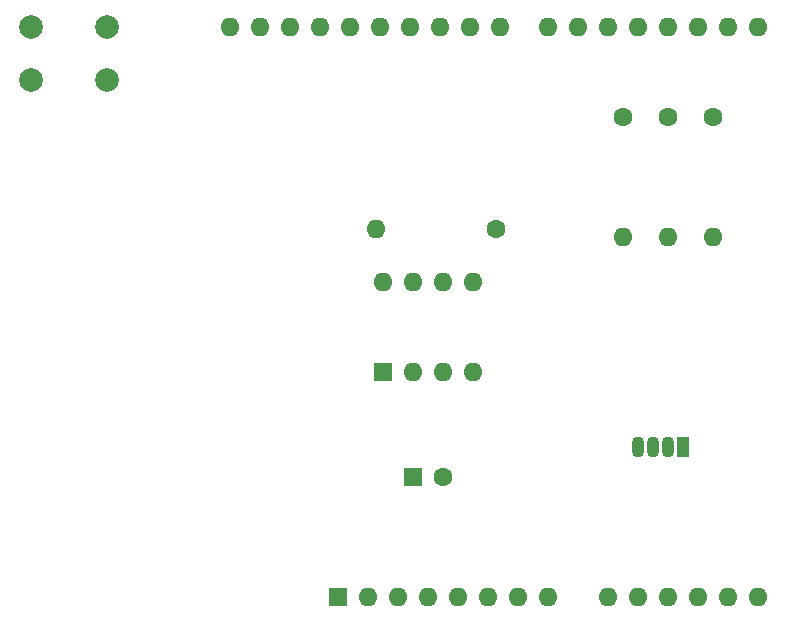
<source format=gbr>
%TF.GenerationSoftware,KiCad,Pcbnew,5.1.9-73d0e3b20d~88~ubuntu20.04.1*%
%TF.CreationDate,2021-03-04T20:11:02-03:00*%
%TF.ProjectId,shield-attiny,73686965-6c64-42d6-9174-74696e792e6b,rev?*%
%TF.SameCoordinates,Original*%
%TF.FileFunction,Soldermask,Bot*%
%TF.FilePolarity,Negative*%
%FSLAX46Y46*%
G04 Gerber Fmt 4.6, Leading zero omitted, Abs format (unit mm)*
G04 Created by KiCad (PCBNEW 5.1.9-73d0e3b20d~88~ubuntu20.04.1) date 2021-03-04 20:11:02*
%MOMM*%
%LPD*%
G01*
G04 APERTURE LIST*
%ADD10O,1.600000X1.600000*%
%ADD11R,1.600000X1.600000*%
%ADD12C,1.600000*%
%ADD13C,2.000000*%
%ADD14R,1.070000X1.800000*%
%ADD15O,1.070000X1.800000*%
G04 APERTURE END LIST*
D10*
%TO.C,A1*%
X168910000Y-68580000D03*
X171450000Y-68580000D03*
X131830000Y-68580000D03*
X171450000Y-116840000D03*
X134370000Y-68580000D03*
X168910000Y-116840000D03*
X136910000Y-68580000D03*
X166370000Y-116840000D03*
X139450000Y-68580000D03*
X163830000Y-116840000D03*
X141990000Y-68580000D03*
X161290000Y-116840000D03*
X144530000Y-68580000D03*
X158750000Y-116840000D03*
X147070000Y-68580000D03*
X153670000Y-116840000D03*
X149610000Y-68580000D03*
X151130000Y-116840000D03*
X153670000Y-68580000D03*
X148590000Y-116840000D03*
X156210000Y-68580000D03*
X146050000Y-116840000D03*
X158750000Y-68580000D03*
X143510000Y-116840000D03*
X161290000Y-68580000D03*
X140970000Y-116840000D03*
X163830000Y-68580000D03*
X138430000Y-116840000D03*
X166370000Y-68580000D03*
D11*
X135890000Y-116840000D03*
D10*
X129290000Y-68580000D03*
X126750000Y-68580000D03*
%TD*%
D11*
%TO.C,C1*%
X142240000Y-106680000D03*
D12*
X144740000Y-106680000D03*
%TD*%
%TO.C,R1*%
X149225000Y-85725000D03*
D10*
X139065000Y-85725000D03*
%TD*%
%TO.C,R2*%
X167640000Y-86360000D03*
D12*
X167640000Y-76200000D03*
%TD*%
%TO.C,R3*%
X163830000Y-76200000D03*
D10*
X163830000Y-86360000D03*
%TD*%
%TO.C,R4*%
X160020000Y-86360000D03*
D12*
X160020000Y-76200000D03*
%TD*%
D13*
%TO.C,SW1*%
X109855000Y-73080000D03*
X109855000Y-68580000D03*
X116355000Y-73080000D03*
X116355000Y-68580000D03*
%TD*%
D11*
%TO.C,U1*%
X139700000Y-97790000D03*
D10*
X147320000Y-90170000D03*
X142240000Y-97790000D03*
X144780000Y-90170000D03*
X144780000Y-97790000D03*
X142240000Y-90170000D03*
X147320000Y-97790000D03*
X139700000Y-90170000D03*
%TD*%
D14*
%TO.C,D1*%
X165100000Y-104140000D03*
D15*
X163830000Y-104140000D03*
X162560000Y-104140000D03*
X161290000Y-104140000D03*
%TD*%
M02*

</source>
